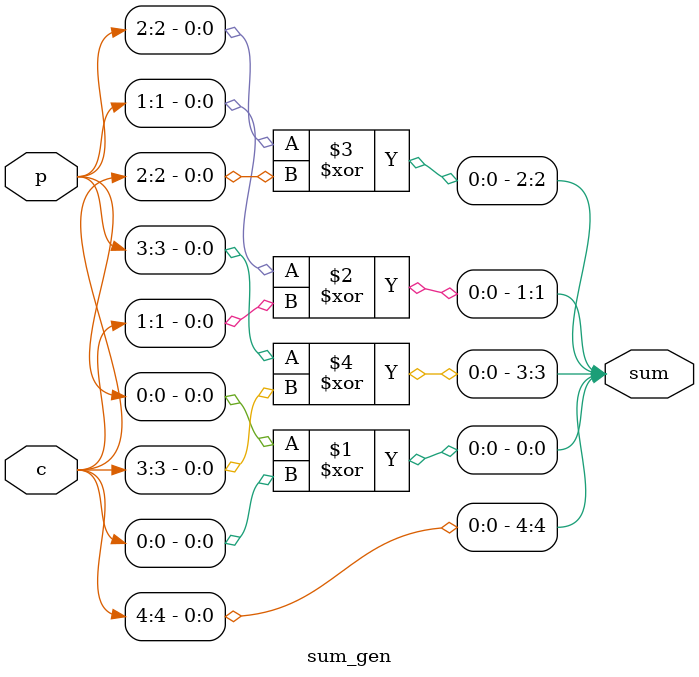
<source format=sv>
module multi_assign(
  input [3:0] val1, val2,
  output [4:0] sum,
  output carry
);

  // Internal signals
  wire [3:0] g, p;
  wire [3:0] g1, p1;
  wire [3:0] g2, p2;
  wire [4:0] c;

  // Generate and propagate module
  gp_gen gp_inst(
    .val1(val1),
    .val2(val2),
    .g(g),
    .p(p)
  );

  // First level carry lookahead
  cla_level1 cla1_inst(
    .g(g),
    .p(p),
    .g1(g1),
    .p1(p1)
  );

  // Second level carry lookahead
  cla_level2 cla2_inst(
    .g1(g1),
    .p1(p1),
    .g2(g2),
    .p2(p2)
  );

  // Carry computation module
  carry_gen carry_inst(
    .g2(g2),
    .c(c)
  );

  // Sum computation module
  sum_gen sum_inst(
    .p(p),
    .c(c),
    .sum(sum)
  );

  assign carry = c[4];

endmodule

// Generate and propagate module
module gp_gen(
  input [3:0] val1, val2,
  output [3:0] g, p
);
  assign g = val1 & val2;
  assign p = val1 ^ val2;
endmodule

// First level carry lookahead module
module cla_level1(
  input [3:0] g, p,
  output [3:0] g1, p1
);
  assign g1[0] = g[0];
  assign p1[0] = p[0];
  assign g1[1] = g[1] | (p[1] & g[0]);
  assign p1[1] = p[1] & p[0];
  assign g1[2] = g[2] | (p[2] & g[1]);
  assign p1[2] = p[2] & p[1];
  assign g1[3] = g[3] | (p[3] & g[2]);
  assign p1[3] = p[3] & p[2];
endmodule

// Second level carry lookahead module
module cla_level2(
  input [3:0] g1, p1,
  output [3:0] g2, p2
);
  assign g2[0] = g1[0];
  assign p2[0] = p1[0];
  assign g2[1] = g1[1];
  assign p2[1] = p1[1];
  assign g2[2] = g1[2] | (p1[2] & g1[0]);
  assign p2[2] = p1[2] & p1[0];
  assign g2[3] = g1[3] | (p1[3] & g1[1]);
  assign p2[3] = p1[3] & p1[1];
endmodule

// Carry computation module
module carry_gen(
  input [3:0] g2,
  output [4:0] c
);
  assign c[0] = 1'b0;
  assign c[1] = g2[0];
  assign c[2] = g2[1];
  assign c[3] = g2[2];
  assign c[4] = g2[3];
endmodule

// Sum computation module
module sum_gen(
  input [3:0] p,
  input [4:0] c,
  output [4:0] sum
);
  assign sum[0] = p[0] ^ c[0];
  assign sum[1] = p[1] ^ c[1];
  assign sum[2] = p[2] ^ c[2];
  assign sum[3] = p[3] ^ c[3];
  assign sum[4] = c[4];
endmodule
</source>
